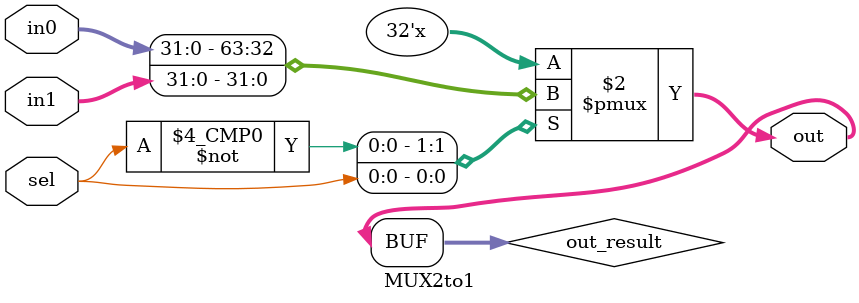
<source format=v>
`timescale 1ns / 1ps
`define in0_code 1'b0
`define in1_code 1'b1
module MUX2to1 # (parameter WIDTH = 32)(
    input [WIDTH - 1 : 0] in0,
    input [WIDTH - 1 : 0] in1,
    input sel,
    output [WIDTH - 1 : 0] out
    );
  
  reg [WIDTH - 1 : 0] out_result;
  assign out = out_result;
  
  always@(*)begin
    case(sel)
	   `in0_code: out_result <= in0;
		`in1_code: out_result <= in1;
	 endcase
  end

endmodule

</source>
